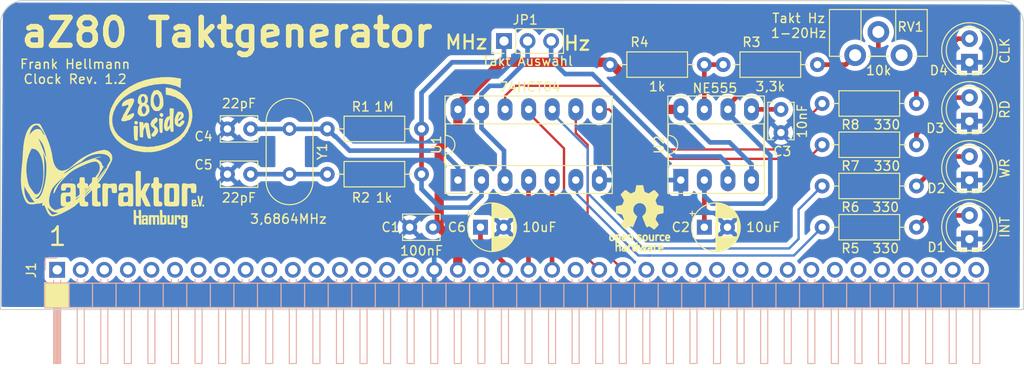
<source format=kicad_pcb>
(kicad_pcb (version 20240108) (generator "pcbnew") (generator_version "8.0")
  (layers (0 "F.Cu" signal) (31 "B.Cu" signal) (34 "B.Paste" user) (35 "F.Paste" user) (36 "B.SilkS" user "B.Silkscreen") (37 "F.SilkS" user "F.Silkscreen") (38 "B.Mask" user) (39 "F.Mask" user) (44 "Edge.Cuts" user))
  (net 0 "")
  (net 1 "/USR4")
  (net 2 "/USR3")
  (net 3 "/USR2")
  (net 4 "/USR1")
  (net 5 "/RX")
  (net 6 "/TX")
  (net 7 "/D7")
  (net 8 "/D6")
  (net 9 "/D5")
  (net 10 "/D4")
  (net 11 "/D3")
  (net 12 "/D2")
  (net 13 "/D1")
  (net 14 "/D0")
  (net 15 "/IORQ")
  (net 16 "/RD")
  (net 17 "/WR")
  (net 18 "/CLOCK")
  (net 19 "/RESET")
  (net 20 "/M1")
  (net 21 "VCC")
  (net 22 "GND")
  (net 23 "/A0")
  (net 24 "/A1")
  (net 25 "/A2")
  (net 26 "/A3")
  (net 27 "/A4")
  (net 28 "/A5")
  (net 29 "/A6")
  (net 30 "/A7")
  (net 31 "/A8")
  (net 32 "/A9")
  (net 33 "/A10")
  (net 34 "/A11")
  (net 35 "/A12")
  (net 36 "/A13")
  (net 37 "/A14")
  (net 38 "/A15")
  (net 39 "/INT")
  (net 40 "Net-(C2-Pad1)")
  (net 41 "Net-(C3-Pad1)")
  (net 42 "Net-(D1-Pad2)")
  (net 43 "Net-(D2-Pad2)")
  (net 44 "Net-(D3-Pad2)")
  (net 45 "Net-(D4-Pad2)")
  (net 46 "Net-(R3-Pad2)")
  (net 47 "Net-(R5-Pad2)")
  (net 48 "Net-(R6-Pad2)")
  (net 49 "Net-(C4-Pad1)")
  (net 50 "Net-(C5-Pad1)")
  (net 51 "Net-(JP1-Pad3)")
  (net 52 "Net-(JP1-Pad2)")
  (net 53 "Net-(JP1-Pad1)")
  (net 54 "Net-(R3-Pad1)")
  (net 55 "Net-(R7-Pad2)")
  (net 56 "Net-(R8-Pad2)")
  (net 57 "Net-(RV1-Pad3)")
  (net 58 "Net-(J1-Pad23)")
  (footprint "Capacitor_THT:C_Disc_D3.8mm_W2.6mm_P2.50mm" (layer "F.Cu") (at 129.5 105.41 180)
    (property "Reference" "C1" (at 4.572 0 0) (layer "F.SilkS"))
    (property "Value" "100nF" (at 1.23 -2.54 0) (layer "F.SilkS"))
    (pad "1" thru_hole circle (at 0 0 180) (size 1.6 1.6) (drill 0.8) (layers "*.Cu" "*.Mask") (net 21 "VCC"))
    (pad "2" thru_hole circle (at 2.5 0 180) (size 1.6 1.6) (drill 0.8) (layers "*.Cu" "*.Mask") (net 22 "GND"))
  )
  (footprint "Capacitor_THT:C_Disc_D3.8mm_W2.6mm_P2.50mm" (layer "F.Cu") (at 109.855 94.815 180)
    (property "Reference" "C4" (at 5.08 -0.816 0) (layer "F.SilkS"))
    (property "Value" "22pF" (at 1.27 2.74 0) (layer "F.SilkS"))
    (pad "1" thru_hole circle (at 0 0 180) (size 1.6 1.6) (drill 0.8) (layers "*.Cu" "*.Mask") (net 49 "Net-(C4-Pad1)"))
    (pad "2" thru_hole circle (at 2.5 0 180) (size 1.6 1.6) (drill 0.8) (layers "*.Cu" "*.Mask") (net 22 "GND"))
  )
  (footprint "LED_THT:LED_D5.0mm" (layer "F.Cu") (at 187.325 106.68 90)
    (property "Reference" "D1" (at -0.889 -3.556 180) (layer "F.SilkS"))
    (property "Value" "INT" (at 1.27 3.81 90) (layer "F.SilkS"))
    (pad "1" thru_hole rect (at 0 0 90) (size 1.8 1.8) (drill 0.9) (layers "*.Cu" "*.Mask") (net 22 "GND"))
    (pad "2" thru_hole circle (at 2.54 0 90) (size 1.8 1.8) (drill 0.9) (layers "*.Cu" "*.Mask") (net 42 "Net-(D1-Pad2)"))
  )
  (footprint "LED_THT:LED_D5.0mm" (layer "F.Cu") (at 187.325 100.33 90)
    (property "Reference" "D2" (at -0.889 -3.556 180) (layer "F.SilkS"))
    (property "Value" "WR" (at 1.27 3.81 90) (layer "F.SilkS"))
    (pad "1" thru_hole rect (at 0 0 90) (size 1.8 1.8) (drill 0.9) (layers "*.Cu" "*.Mask") (net 22 "GND"))
    (pad "2" thru_hole circle (at 2.54 0 90) (size 1.8 1.8) (drill 0.9) (layers "*.Cu" "*.Mask") (net 43 "Net-(D2-Pad2)"))
  )
  (footprint "LED_THT:LED_D5.0mm" (layer "F.Cu") (at 187.325 87.63 90)
    (property "Reference" "D4" (at -0.889 -3.302 180) (layer "F.SilkS"))
    (property "Value" "CLK" (at 1.235 3.81 90) (layer "F.SilkS"))
    (pad "1" thru_hole rect (at 0 0 90) (size 1.8 1.8) (drill 0.9) (layers "*.Cu" "*.Mask") (net 22 "GND"))
    (pad "2" thru_hole circle (at 2.54 0 90) (size 1.8 1.8) (drill 0.9) (layers "*.Cu" "*.Mask") (net 45 "Net-(D4-Pad2)"))
  )
  (footprint "Resistor_THT:R_Axial_DIN0207_L6.3mm_D2.5mm_P10.16mm_Horizontal" (layer "F.Cu") (at 128.27 94.811526 180)
    (property "Reference" "R1" (at 6.54 2.385 0) (layer "F.SilkS"))
    (property "Value" "1M" (at 4.04 2.385 0) (layer "F.SilkS"))
    (pad "1" thru_hole circle (at 0 0 180) (size 1.6 1.6) (drill 0.8) (layers "*.Cu" "*.Mask") (net 53 "Net-(JP1-Pad1)"))
    (pad "2" thru_hole oval (at 10.16 0 180) (size 1.6 1.6) (drill 0.8) (layers "*.Cu" "*.Mask") (net 49 "Net-(C4-Pad1)"))
  )
  (footprint "Resistor_THT:R_Axial_DIN0207_L6.3mm_D2.5mm_P10.16mm_Horizontal" (layer "F.Cu") (at 118.11 99.695)
    (property "Reference" "R2" (at 3.62 2.535 0) (layer "F.SilkS"))
    (property "Value" "1k" (at 6.12 2.535 0) (layer "F.SilkS"))
    (pad "1" thru_hole circle (at 0 0) (size 1.6 1.6) (drill 0.8) (layers "*.Cu" "*.Mask") (net 50 "Net-(C5-Pad1)"))
    (pad "2" thru_hole oval (at 10.16 0) (size 1.6 1.6) (drill 0.8) (layers "*.Cu" "*.Mask") (net 53 "Net-(JP1-Pad1)"))
  )
  (footprint "Resistor_THT:R_Axial_DIN0207_L6.3mm_D2.5mm_P10.16mm_Horizontal" (layer "F.Cu") (at 160.782 87.884)
    (property "Reference" "R3" (at 3.048 -2.413 0) (layer "F.SilkS"))
    (property "Value" "3,3k" (at 5.08 2.37 0) (layer "F.SilkS"))
    (pad "1" thru_hole circle (at 0 0) (size 1.6 1.6) (drill 0.8) (layers "*.Cu" "*.Mask") (net 54 "Net-(R3-Pad1)"))
    (pad "2" thru_hole oval (at 10.16 0) (size 1.6 1.6) (drill 0.8) (layers "*.Cu" "*.Mask") (net 46 "Net-(R3-Pad2)"))
  )
  (footprint "Resistor_THT:R_Axial_DIN0207_L6.3mm_D2.5mm_P10.16mm_Horizontal" (layer "F.Cu") (at 148.59 87.884)
    (property "Reference" "R4" (at 3.175 -2.413 0) (layer "F.SilkS"))
    (property "Value" "1k" (at 5.08 2.37 0) (layer "F.SilkS"))
    (pad "1" thru_hole circle (at 0 0) (size 1.6 1.6) (drill 0.8) (layers "*.Cu" "*.Mask") (net 21 "VCC"))
    (pad "2" thru_hole oval (at 10.16 0) (size 1.6 1.6) (drill 0.8) (layers "*.Cu" "*.Mask") (net 54 "Net-(R3-Pad1)"))
  )
  (footprint "Resistor_THT:R_Axial_DIN0207_L6.3mm_D2.5mm_P10.16mm_Horizontal" (layer "F.Cu") (at 181.61 105.41 180)
    (property "Reference" "R5" (at 7.112 -2.286 0) (layer "F.SilkS"))
    (property "Value" "330" (at 3.302 -2.286 0) (layer "F.SilkS"))
    (pad "1" thru_hole circle (at 0 0 180) (size 1.6 1.6) (drill 0.8) (layers "*.Cu" "*.Mask") (net 42 "Net-(D1-Pad2)"))
    (pad "2" thru_hole oval (at 10.16 0 180) (size 1.6 1.6) (drill 0.8) (layers "*.Cu" "*.Mask") (net 47 "Net-(R5-Pad2)"))
  )
  (footprint "Crystal:Crystal_HC49-4H_Vertical" (layer "F.Cu") (at 114.046 94.815 -90)
    (property "Reference" "Y1" (at 2.44 -3.525 90) (layer "F.SilkS"))
    (property "Value" "3,6864MHz" (at 9.706 0.127 180) (layer "F.SilkS"))
    (pad "1" thru_hole circle (at 0 0 270) (size 1.5 1.5) (drill 0.8) (layers "*.Cu" "*.Mask") (net 49 "Net-(C4-Pad1)"))
    (pad "2" thru_hole circle (at 4.88 0 270) (size 1.5 1.5) (drill 0.8) (layers "*.Cu" "*.Mask") (net 50 "Net-(C5-Pad1)"))
  )
  (footprint "Capacitor_THT:C_Disc_D3.8mm_W2.6mm_P2.50mm" (layer "F.Cu") (at 167.005 92.71 -90)
    (property "Reference" "C3" (at 4.535 -0.145 180) (layer "F.SilkS"))
    (property "Value" "10nF" (at 1.27 -2.286 90) (layer "F.SilkS"))
    (pad "1" thru_hole circle (at 0 0 270) (size 1.6 1.6) (drill 0.8) (layers "*.Cu" "*.Mask") (net 41 "Net-(C3-Pad1)"))
    (pad "2" thru_hole circle (at 2.5 0 270) (size 1.6 1.6) (drill 0.8) (layers "*.Cu" "*.Mask") (net 22 "GND"))
  )
  (footprint "Resistor_THT:R_Axial_DIN0207_L6.3mm_D2.5mm_P10.16mm_Horizontal" (layer "F.Cu") (at 181.61 100.965 180)
    (property "Reference" "R6" (at 7.112 -2.286 0) (layer "F.SilkS"))
    (property "Value" "330" (at 3.302 -2.286 0) (layer "F.SilkS"))
    (pad "1" thru_hole circle (at 0 0 180) (size 1.6 1.6) (drill 0.8) (layers "*.Cu" "*.Mask") (net 43 "Net-(D2-Pad2)"))
    (pad "2" thru_hole oval (at 10.16 0 180) (size 1.6 1.6) (drill 0.8) (layers "*.Cu" "*.Mask") (net 48 "Net-(R6-Pad2)"))
  )
  (footprint "LED_THT:LED_D5.0mm" (layer "F.Cu") (at 187.325 93.98 90)
    (property "Reference" "D3" (at -0.762 -3.683 180) (layer "F.SilkS"))
    (property "Value" "RD" (at 1.27 3.81 90) (layer "F.SilkS"))
    (pad "1" thru_hole rect (at 0 0 90) (size 1.8 1.8) (drill 0.9) (layers "*.Cu" "*.Mask") (net 22 "GND"))
    (pad "2" thru_hole circle (at 2.54 0 90) (size 1.8 1.8) (drill 0.9) (layers "*.Cu" "*.Mask") (net 44 "Net-(D3-Pad2)"))
  )
  (footprint "Capacitor_THT:C_Disc_D3.8mm_W2.6mm_P2.50mm" (layer "F.Cu") (at 109.855 99.695 180)
    (property "Reference" "C5" (at 5.08 1.016 0) (layer "F.SilkS"))
    (property "Value" "22pF" (at 1.27 -2.54 0) (layer "F.SilkS"))
    (pad "1" thru_hole circle (at 0 0 180) (size 1.6 1.6) (drill 0.8) (layers "*.Cu" "*.Mask") (net 50 "Net-(C5-Pad1)"))
    (pad "2" thru_hole circle (at 2.5 0 180) (size 1.6 1.6) (drill 0.8) (layers "*.Cu" "*.Mask") (net 22 "GND"))
  )
  (footprint "Connector_PinHeader_2.54mm:PinHeader_1x03_P2.54mm_Vertical" (layer "F.Cu") (at 137.16 85.344 90)
    (property "Reference" "JP1" (at 2.286 2.286 180) (layer "F.SilkS"))
    (property "Value" "Takt Auswahl" (at -2.159 2.54 180) (layer "F.SilkS"))
    (pad "1" thru_hole rect (at 0 0 90) (size 1.7 1.7) (drill 1) (layers "*.Cu" "*.Mask") (net 53 "Net-(JP1-Pad1)"))
    (pad "2" thru_hole oval (at 0 2.54 90) (size 1.7 1.7) (drill 1) (layers "*.Cu" "*.Mask") (net 52 "Net-(JP1-Pad2)"))
    (pad "3" thru_hole oval (at 0 5.08 90) (size 1.7 1.7) (drill 1) (layers "*.Cu" "*.Mask") (net 51 "Net-(JP1-Pad3)"))
  )
  (footprint "Resistor_THT:R_Axial_DIN0207_L6.3mm_D2.5mm_P10.16mm_Horizontal" (layer "F.Cu") (at 181.61 96.52 180)
    (property "Reference" "R7" (at 7.112 -2.286 0) (layer "F.SilkS"))
    (property "Value" "330" (at 3.175 -2.286 0) (layer "F.SilkS"))
    (pad "1" thru_hole circle (at 0 0 180) (size 1.6 1.6) (drill 0.8) (layers "*.Cu" "*.Mask") (net 44 "Net-(D3-Pad2)"))
    (pad "2" thru_hole oval (at 10.16 0 180) (size 1.6 1.6) (drill 0.8) (layers "*.Cu" "*.Mask") (net 55 "Net-(R7-Pad2)"))
  )
  (footprint "Resistor_THT:R_Axial_DIN0207_L6.3mm_D2.5mm_P10.16mm_Horizontal" (layer "F.Cu") (at 181.61 92.075 180)
    (property "Reference" "R8" (at 7.112 -2.286 0) (layer "F.SilkS"))
    (property "Value" "330" (at 3.175 -2.286 0) (layer "F.SilkS"))
    (pad "1" thru_hole circle (at 0 0 180) (size 1.6 1.6) (drill 0.8) (layers "*.Cu" "*.Mask") (net 45 "Net-(D4-Pad2)"))
    (pad "2" thru_hole oval (at 10.16 0 180) (size 1.6 1.6) (drill 0.8) (layers "*.Cu" "*.Mask") (net 56 "Net-(R8-Pad2)"))
  )
  (footprint "Backplane:attraktor" (layer "F.Cu") (at 94.996 100.076)
    (property "Reference" "G***" (hide yes))
    (property "Value" "LOGO" (hide yes))
  )
  (footprint "Package_DIP:DIP-14_W7.62mm_Socket_LongPads" (layer "F.Cu") (at 132.197103 100.33 90)
    (property "Reference" "U1" (at 3.81 -2.33 90) (layer "F.SilkS"))
    (property "Value" "74HCT04" (at 10.033 7.756897 180) (layer "F.SilkS"))
    (pad "1" thru_hole rect (at 0 0 90) (size 2.4 1.6) (drill 0.8) (layers "*.Cu" "*.Mask") (net 49 "Net-(C4-Pad1)"))
    (pad "2" thru_hole oval (at 0 2.54 90) (size 2.4 1.6) (drill 0.8) (layers "*.Cu" "*.Mask") (net 53 "Net-(JP1-Pad1)"))
    (pad "3" thru_hole oval (at 0 5.08 90) (size 2.4 1.6) (drill 0.8) (layers "*.Cu" "*.Mask") (net 52 "Net-(JP1-Pad2)"))
    (pad "4" thru_hole oval (at 0 7.62 90) (size 2.4 1.6) (drill 0.8) (layers "*.Cu" "*.Mask") (net 18 "/CLOCK"))
    (pad "5" thru_hole oval (at 0 10.16 90) (size 2.4 1.6) (drill 0.8) (layers "*.Cu" "*.Mask") (net 39 "/INT"))
    (pad "6" thru_hole oval (at 0 12.7 90) (size 2.4 1.6) (drill 0.8) (layers "*.Cu" "*.Mask") (net 47 "Net-(R5-Pad2)"))
    (pad "7" thru_hole oval (at 0 15.24 90) (size 2.4 1.6) (drill 0.8) (layers "*.Cu" "*.Mask") (net 22 "GND"))
    (pad "8" thru_hole oval (at 7.62 15.24 90) (size 2.4 1.6) (drill 0.8) (layers "*.Cu" "*.Mask") (net 55 "Net-(R7-Pad2)"))
    (pad "9" thru_hole oval (at 7.62 12.7 90) (size 2.4 1.6) (drill 0.8) (layers "*.Cu" "*.Mask") (net 16 "/RD"))
    (pad "10" thru_hole oval (at 7.62 10.16 90) (size 2.4 1.6) (drill 0.8) (layers "*.Cu" "*.Mask") (net 48 "Net-(R6-Pad2)"))
    (pad "11" thru_hole oval (at 7.62 7.62 90) (size 2.4 1.6) (drill 0.8) (layers "*.Cu" "*.Mask") (net 17 "/WR"))
    (pad "12" thru_hole oval (at 7.62 5.08 90) (size 2.4 1.6) (drill 0.8) (layers "*.Cu" "*.Mask") (net 56 "Net-(R8-Pad2)"))
    (pad "13" thru_hole oval (at 7.62 2.54 90) (size 2.4 1.6) (drill 0.8) (layers "*.Cu" "*.Mask") (net 52 "Net-(JP1-Pad2)"))
    (pad "14" thru_hole oval (at 7.62 0 90) (size 2.4 1.6) (drill 0.8) (layers "*.Cu" "*.Mask") (net 21 "VCC"))
  )
  (footprint "Backplane:osh_logo" (layer "F.Cu") (at 151.765 104.648)
    (property "Reference" "G***" (hide yes))
    (property "Value" "LOGO" (hide yes))
  )
  (footprint "Backplane:Z80_inside" (layer "F.Cu") (at 99.06 93.218)
    (property "Reference" "G***" (hide yes))
    (property "Value" "LOGO" (hide yes))
  )
  (footprint "Potentiometer_THT:Potentiometer_Piher_PT-10-H01_Horizontal" (layer "F.Cu") (at 175.006 86.868 90)
    (property "Reference" "RV1" (at 3.048 5.969 180) (layer "F.SilkS"))
    (property "Value" "10k" (at -1.651 2.54 180) (layer "F.SilkS"))
    (pad "1" thru_hole circle (at 0 0 90) (size 2.34 2.34) (drill 1.3) (layers "*.Cu" "*.Mask") (net 46 "Net-(R3-Pad2)"))
    (pad "2" thru_hole circle (at 2.5 2.5 90) (size 2.34 2.34) (drill 1.3) (layers "*.Cu" "*.Mask") (net 40 "Net-(C2-Pad1)"))
    (pad "3" thru_hole circle (at 0 5 90) (size 2.34 2.34) (drill 1.3) (layers "*.Cu" "*.Mask") (net 57 "Net-(RV1-Pad3)"))
  )
  (footprint "Package_DIP:DIP-8_W7.62mm_Socket_LongPads" (layer "F.Cu") (at 156.21 100.33 90)
    (property "Reference" "U2" (at 3.81 -2.33 90) (layer "F.SilkS"))
    (property "Value" "NE555" (at 9.906 3.683 180) (layer "F.SilkS"))
    (pad "1" thru_hole rect (at 0 0 90) (size 2.4 1.6) (drill 0.8) (layers "*.Cu" "*.Mask") (net 22 "GND"))
    (pad "2" thru_hole oval (at 0 2.54 90) (size 2.4 1.6) (drill 0.8) (layers "*.Cu" "*.Mask") (net 40 "Net-(C2-Pad1)"))
    (pad "3" thru_hole oval (at 0 5.08 90) (size 2.4 1.6) (drill 0.8) (layers "*.Cu" "*.Mask") (net 51 "Net-(JP1-Pad3)"))
    (pad "4" thru_hole oval (at 0 7.62 90) (size 2.4 1.6) (drill 0.8) (layers "*.Cu" "*.Mask") (net 21 "VCC"))
    (pad "5" thru_hole oval (at 7.62 7.62 90) (size 2.4 1.6) (drill 0.8) (layers "*.Cu" "*.Mask") (net 41 "Net-(C3-Pad1)"))
    (pad "6" thru_hole oval (at 7.62 5.08 90) (size 2.4 1.6) (drill 0.8) (layers "*.Cu" "*.Mask") (net 40 "Net-(C2-Pad1)"))
    (pad "7" thru_hole oval (at 7.62 2.54 90) (size 2.4 1.6) (drill 0.8) (layers "*.Cu" "*.Mask") (net 54 "Net-(R3-Pad1)"))
    (pad "8" thru_hole oval (at 7.62 0 90) (size 2.4 1.6) (drill 0.8) (layers "*.Cu" "*.Mask") (net 21 "VCC"))
  )
  (footprint "Capacitor_THT:CP_Radial_D5.0mm_P2.50mm" (layer "F.Cu") (at 134.62 105.41)
    (property "Reference" "C6" (at -2.54 0 0) (layer "F.SilkS"))
    (property "Value" "10uF" (at 6.35 0 0) (layer "F.SilkS"))
    (pad "1" thru_hole rect (at 0 0) (size 1.6 1.6) (drill 0.8) (layers "*.Cu" "*.Mask") (net 19 "/RESET"))
    (pad "2" thru_hole circle (at 2.5 0) (size 1.6 1.6) (drill 0.8) (layers "*.Cu" "*.Mask") (net 22 "GND"))
  )
  (footprint "Capacitor_THT:CP_Radial_D5.0mm_P2.50mm" (layer "F.Cu") (at 158.75 105.41)
    (property "Reference" "C2" (at -2.54 0 0) (layer "F.SilkS"))
    (property "Value" "10uF" (at 6.35 0 0) (layer "F.SilkS"))
    (pad "1" thru_hole rect (at 0 0) (size 1.6 1.6) (drill 0.8) (layers "*.Cu" "*.Mask") (net 40 "Net-(C2-Pad1)"))
    (pad "2" thru_hole circle (at 2.5 0) (size 1.6 1.6) (drill 0.8) (layers "*.Cu" "*.Mask") (net 22 "GND"))
  )
  (footprint "Connector_PinHeader_2.54mm:PinHeader_1x40_P2.54mm_Horizontal" (layer "B.Cu") (at 89 110 -90)
    (property "Reference" "J1" (at 0.05 2.8 90) (layer "F.SilkS"))
    (property "Value" "Z80 Bus")
    (pad "1" thru_hole rect (at 0 0 270) (size 1.7 1.7) (drill 1) (layers "*.Cu" "*.Mask") (net 38 "/A15"))
    (pad "2" thru_hole oval (at 0 -2.54 270) (size 1.7 1.7) (drill 1) (layers "*.Cu" "*.Mask") (net 37 "/A14"))
    (pad "3" thru_hole oval (at 0 -5.08 270) (size 1.7 1.7) (drill 1) (layers "*.Cu" "*.Mask") (net 36 "/A13"))
    (pad "4" thru_hole oval (at 0 -7.62 270) (size 1.7 1.7) (drill 1) (layers "*.Cu" "*.Mask") (net 35 "/A12"))
    (pad "5" thru_hole oval (at 0 -10.16 270) (size 1.7 1.7) (drill 1) (layers "*.Cu" "*.Mask") (net 34 "/A11"))
    (pad "6" thru_hole oval (at 0 -12.7 270) (size 1.7 1.7) (drill 1) (layers "*.Cu" "*.Mask") (net 33 "/A10"))
    (pad "7" thru_hole oval (at 0 -15.24 270) (size 1.7 1.7) (drill 1) (layers "*.Cu" "*.Mask") (net 32 "/A9"))
    (pad "8" thru_hole oval (at 0 -17.78 270) (size 1.7 1.7) (drill 1) (layers "*.Cu" "*.Mask") (net 31 "/A8"))
    (pad "9" thru_hole oval (at 0 -20.32 270) (size 1.7 1.7) (drill 1) (layers "*.Cu" "*.Mask") (net 30 "/A7"))
    (pad "10" thru_hole oval (at 0 -22.86 270) (size 1.7 1.7) (drill 1) (layers "*.Cu" "*.Mask") (net 29 "/A6"))
    (pad "11" thru_hole oval (at 0 -25.4 270) (size 1.7 1.7) (drill 1) (layers "*.Cu" "*.Mask") (net 28 "/A5"))
    (pad "12" thru_hole oval (at 0 -27.94 270) (size 1.7 1.7) (drill 1) (layers "*.Cu" "*.Mask") (net 27 "/A4"))
    (pad "13" thru_hole oval (at 0 -30.48 270) (size 1.7 1.7) (drill 1) (layers "*.Cu" "*.Mask") (net 26 "/A3"))
    (pad "14" thru_hole oval (at 0 -33.02 270) (size 1.7 1.7) (drill 1) (layers "*.Cu" "*.Mask") (net 25 "/A2"))
    (pad "15" thru_hole oval (at 0 -35.56 270) (size 1.7 1.7) (drill 1) (layers "*.Cu" "*.Mask") (net 24 "/A1"))
    (pad "16" thru_hole oval (at 0 -38.1 270) (size 1.7 1.7) (drill 1) (layers "*.Cu" "*.Mask") (net 23 "/A0"))
    (pad "17" thru_hole oval (at 0 -40.64 270) (size 1.7 1.7) (drill 1) (layers "*.Cu" "*.Mask") (net 22 "GND"))
    (pad "18" thru_hole oval (at 0 -43.18 270) (size 1.7 1.7) (drill 1) (layers "*.Cu" "*.Mask") (net 21 "VCC"))
    (pad "19" thru_hole oval (at 0 -45.72 270) (size 1.7 1.7) (drill 1) (layers "*.Cu" "*.Mask") (net 20 "/M1"))
    (pad "20" thru_hole oval (at 0 -48.26 270) (size 1.7 1.7) (drill 1) (layers "*.Cu" "*.Mask") (net 19 "/RESET"))
    (pad "21" thru_hole oval (at 0 -50.8 270) (size 1.7 1.7) (drill 1) (layers "*.Cu" "*.Mask") (net 18 "/CLOCK"))
    (pad "22" thru_hole oval (at 0 -53.34 270) (size 1.7 1.7) (drill 1) (layers "*.Cu" "*.Mask") (net 39 "/INT"))
    (pad "23" thru_hole oval (at 0 -55.88 270) (size 1.7 1.7) (drill 1) (layers "*.Cu" "*.Mask") (net 58 "Net-(J1-Pad23)"))
    (pad "24" thru_hole oval (at 0 -58.42 270) (size 1.7 1.7) (drill 1) (layers "*.Cu" "*.Mask") (net 17 "/WR"))
    (pad "25" thru_hole oval (at 0 -60.96 270) (size 1.7 1.7) (drill 1) (layers "*.Cu" "*.Mask") (net 16 "/RD"))
    (pad "26" thru_hole oval (at 0 -63.5 270) (size 1.7 1.7) (drill 1) (layers "*.Cu" "*.Mask") (net 15 "/IORQ"))
    (pad "27" thru_hole oval (at 0 -66.04 270) (size 1.7 1.7) (drill 1) (layers "*.Cu" "*.Mask") (net 14 "/D0"))
    (pad "28" thru_hole oval (at 0 -68.58 270) (size 1.7 1.7) (drill 1) (layers "*.Cu" "*.Mask") (net 13 "/D1"))
    (pad "29" thru_hole oval (at 0 -71.12 270) (size 1.7 1.7) (drill 1) (layers "*.Cu" "*.Mask") (net 12 "/D2"))
    (pad "30" thru_hole oval (at 0 -73.66 270) (size 1.7 1.7) (drill 1) (layers "*.Cu" "*.Mask") (net 11 "/D3"))
    (pad "31" thru_hole oval (at 0 -76.2 270) (size 1.7 1.7) (drill 1) (layers "*.Cu" "*.Mask") (net 10 "/D4"))
    (pad "32" thru_hole oval (at 0 -78.74 270) (size 1.7 1.7) (drill 1) (layers "*.Cu" "*.Mask") (net 9 "/D5"))
    (pad "33" thru_hole oval (at 0 -81.28 270) (size 1.7 1.7) (drill 1) (layers "*.Cu" "*.Mask") (net 8 "/D6"))
    (pad "34" thru_hole oval (at 0 -83.82 270) (size 1.7 1.7) (drill 1) (layers "*.Cu" "*.Mask") (net 7 "/D7"))
    (pad "35" thru_hole oval (at 0 -86.36 270) (size 1.7 1.7) (drill 1) (layers "*.Cu" "*.Mask") (net 6 "/TX"))
    (pad "36" thru_hole oval (at 0 -88.9 270) (size 1.7 1.7) (drill 1) (layers "*.Cu" "*.Mask") (net 5 "/RX"))
    (pad "37" thru_hole oval (at 0 -91.44 270) (size 1.7 1.7) (drill 1) (layers "*.Cu" "*.Mask") (net 4 "/USR1"))
    (pad "38" thru_hole oval (at 0 -93.98 270) (size 1.7 1.7) (drill 1) (layers "*.Cu" "*.Mask") (net 3 "/USR2"))
    (pad "39" thru_hole oval (at 0 -96.52 270) (size 1.7 1.7) (drill 1) (layers "*.Cu" "*.Mask") (net 2 "/USR3"))
    (pad "40" thru_hole oval (at 0 -99.06 270) (size 1.7 1.7) (drill 1) (layers "*.Cu" "*.Mask") (net 1 "/USR4"))
  )
  (gr_poly (pts (xy 87.63 111.379) (xy 90.297 111.379) (xy 90.297 114.046) (xy 87.63 114.046)) (stroke (width 0.1)) (fill solid) (layer "F.SilkS"))
  (gr_line (start 85.4 80.981) (end 190.66 80.991) (stroke (width 0.12)) (layer "Edge.Cuts"))
  (gr_arc (start 190.66 80.991) (mid 192.420696 81.720304) (end 193.15 83.481) (stroke (width 0.12)) (layer "Edge.Cuts"))
  (gr_arc (start 82.9 83.481) (mid 83.632233 81.713233) (end 85.4 80.981) (stroke (width 0.12)) (layer "Edge.Cuts"))
  (gr_line (start 193.15 87.545) (end 193.15 83.481) (stroke (width 0.12)) (layer "Edge.Cuts"))
  (gr_line (start 82.9 83.481) (end 82.9 87.545) (stroke (width 0.12)) (layer "Edge.Cuts"))
  (gr_line (start 193.14 114.276) (end 82.904 114.276) (stroke (width 0.12)) (layer "Edge.Cuts"))
  (gr_line (start 82.9 114.276) (end 82.9 87.545) (stroke (width 0.12)) (layer "Edge.Cuts"))
  (gr_line (start 193.15 87.545) (end 193.14 114.276) (stroke (width 0.12)) (layer "Edge.Cuts"))
  (gr_text "Hz" (at 145.034 85.598 0) (layer "F.SilkS") (effects (font (size 1.5 1.5) (thickness 0.25))))
  (gr_text "Takt Hz\n1-20Hz" (at 168.91 83.693 0) (layer "F.SilkS") (effects (font (size 1 1))))
  (gr_text "Frank Hellmann\nClock Rev. 1.2" (at 90.932 88.646 0) (layer "F.SilkS") (effects (font (size 1 1))))
  (gr_text "1" (at 89.05 106.4 0) (layer "F.SilkS") (effects (font (size 2 2) (thickness 0.25))))
  (gr_text "MHz" (at 133.096 85.471 0) (layer "F.SilkS") (effects (font (size 1.5 1.5) (thickness 0.25))))
  (gr_text "aZ80 Taktgenerator" (at 107.315 84.436 0) (layer "F.SilkS") (effects (font (size 3 3) (thickness 0.6))))
  (segment (start 182.98 109.45) (end 182.98 110) (width 0.5) (layer "F.Cu") (net 3))
  (segment (start 144.897103 92.71) (end 144.897103 95.252663) (width 0.25) (layer "F.Cu") (net 16))
  (segment (start 146.170783 96.526343) (end 146.170783 106.210783) (width 0.25) (layer "F.Cu") (net 16))
  (segment (start 144.897103 93.11) (end 144.897103 92.71) (width 0.25) (layer "F.Cu") (net 16))
  (segment (start 144.897103 95.252663) (end 146.170783 96.526343) (width 0.25) (layer "F.Cu") (net 16))
  (segment (start 146.170783 106.210783) (end 149.96 110) (width 0.25) (layer "F.Cu") (net 16))
  (segment (start 143.62463 106.20463) (end 147.42 110) (width 0.25) (layer "F.Cu") (net 17))
  (segment (start 143.62463 96.917527) (end 143.62463 106.20463) (width 0.25) (layer "F.Cu") (net 17))
  (segment (start 139.817103 92.71) (end 139.817103 93.11) (width 0.25) (layer "F.Cu") (net 17))
  (segment (start 139.817103 93.11) (end 143.62463 96.917527) (width 0.25) (layer "F.Cu") (net 17))
  (segment (start 139.8 110) (end 139.8 100.347103) (width 0.5) (layer "F.Cu") (net 18))
  (segment (start 139.8 100.347103) (end 139.817103 100.33) (width 0.5) (layer "F.Cu") (net 18))
  (segment (start 137.13 109.87) (end 137.26 110) (width 0.5) (layer "F.Cu") (net 19))
  (segment (start 134.62 106.71) (end 137.13 109.22) (width 0.5) (layer "F.Cu") (net 19))
  (segment (start 137.13 109.22) (end 137.13 109.87) (width 0.5) (layer "F.Cu") (net 19))
  (segment (start 134.62 105.41) (end 134.62 106.71) (width 0.5) (layer "F.Cu") (net 19))
  (segment (start 137.12 109.86) (end 137.26 110) (width 0.5) (layer "F.Cu") (net 19))
  (segment (start 136.877103 87.63) (end 147.45863 87.63) (width 1) (layer "F.Cu") (net 21))
  (segment (start 132.197103 92.71) (end 132.197103 94.91) (width 1) (layer "F.Cu") (net 21))
  (segment (start 148.59 87.63) (end 153.67 92.71) (width 1) (layer "F.Cu") (net 21))
  (segment (start 147.45863 87.63) (end 148.59 87.63) (width 1) (layer "F.Cu") (net 21))
  (segment (start 132.18 107.415) (end 132.18 110) (width 1) (layer "F.Cu") (net 21))
  (segment (start 132.197103 92.31) (end 136.877103 87.63) (width 1) (layer "F.Cu") (net 21))
  (segment (start 130.175 105.41) (end 132.18 107.415) (width 1) (layer "F.Cu") (net 21))
  (segment (start 130.175 96.932103) (end 130.175 105.41) (width 1) (layer "F.Cu") (net 21))
  (segment (start 132.197103 94.91) (end 130.175 96.932103) (width 1) (layer "F.Cu") (net 21))
  (segment (start 148.59 87.63) (end 148.59 87.376) (width 0.5) (layer "F.Cu") (net 21))
  (segment (start 153.67 92.71) (end 156.21 92.71) (width 1) (layer "F.Cu") (net 21))
  (segment (start 132.197103 92.71) (end 132.197103 92.31) (width 1) (layer "F.Cu") (net 21))
  (segment (start 163.83 100.33) (end 163.83 98.63) (width 0.5) (layer "B.Cu") (net 21))
  (segment (start 161.466 96.266) (end 159.366 96.266) (width 0.5) (layer "B.Cu") (net 21))
  (segment (start 159.366 96.266) (end 156.21 93.11) (width 0.5) (layer "B.Cu") (net 21))
  (segment (start 163.83 98.63) (end 161.466 96.266) (width 0.5) (layer "B.Cu") (net 21))
  (segment (start 156.21 93.11) (end 156.21 92.71) (width 0.5) (layer "B.Cu") (net 21))
  (segment (start 137.26 105.55) (end 137.12 105.41) (width 0.25) (layer "F.Cu") (net 22))
  (segment (start 142.34 110) (end 142.34 100.347103) (width 0.5) (layer "F.Cu") (net 39))
  (segment (start 142.34 100.347103) (end 142.357103 100.33) (width 0.5) (layer "F.Cu") (net 39))
  (segment (start 161.29 92.31) (end 161.29 92.71) (width 0.5) (layer "F.Cu") (net 40))
  (segment (start 158.75 100.33) (end 158.75 105.41) (width 0.5) (layer "F.Cu") (net 40))
  (segment (start 164.065 89.535) (end 176.53 89.535) (width 0.5) (layer "F.Cu") (net 40))
  (segment (start 177.506 88.559) (end 177.506 84.368) (width 0.5) (layer "F.Cu") (net 40))
  (segment (start 176.53 89.535) (end 177.506 88.559) (width 0.5) (layer "F.Cu") (net 40))
  (segment (start 161.29 92.31) (end 164.065 89.535) (width 0.5) (layer "F.Cu") (net 40))
  (segment (start 158.79 100.37) (end 158.75 100.33) (width 0.5) (layer "F.Cu") (net 40))
  (segment (start 161.29 93.11) (end 161.29 92.71) (width 0.5) (layer "B.Cu") (net 40))
  (segment (start 165.862 97.682) (end 161.29 93.11) (width 0.5) (layer "B.Cu") (net 40))
  (segment (start 159.59 102.87) (end 165.1 102.87) (width 0.5) (layer "B.Cu") (net 40))
  (segment (start 158.75 100.33) (end 158.75 102.03) (width 0.5) (layer "B.Cu") (net 40))
  (segment (start 158.75 102.03) (end 159.59 102.87) (width 0.5) (layer "B.Cu") (net 40))
  (segment (start 165.1 102.87) (end 165.862 102.108) (width 0.5) (layer "B.Cu") (net 40))
  (segment (start 165.862 102.108) (end 165.862 97.682) (width 0.5) (layer "B.Cu") (net 40))
  (segment (start 163.83 92.71) (end 167.005 92.71) (width 0.5) (layer "F.Cu") (net 41))
  (segment (start 187.325 104.14) (end 182.88 104.14) (width 0.5) (layer "F.Cu") (net 42))
  (segment (start 182.88 104.14) (end 181.61 105.41) (width 0.5) (layer "F.Cu") (net 42))
  (segment (start 184.785 97.79) (end 181.61 100.965) (width 0.5) (layer "F.Cu") (net 43))
  (segment (start 187.325 97.79) (end 184.785 97.79) (width 0.5) (layer "F.Cu") (net 43))
  (segment (start 181.61 96.52) (end 181.61 95.38863) (width 0.5) (layer "F.Cu") (net 44))
  (segment (start 182.88 94.234) (end 185.674 91.44) (width 0.5) (layer "F.Cu") (net 44))
  (segment (start 182.409999 94.704001) (end 182.88 94.234) (width 0.5) (layer "F.Cu") (net 44))
  (segment (start 181.61 95.38863) (end 182.76463 94.234) (width 0.5) (layer "F.Cu") (net 44))
  (segment (start 185.674 91.44) (end 187.325 91.44) (width 0.5) (layer "F.Cu") (net 44))
  (segment (start 182.76463 94.234) (end 182.88 94.234) (width 0.5) (layer "F.Cu") (net 44))
  (segment (start 186.052208 85.09) (end 181.61 89.532208) (width 0.5) (layer "F.Cu") (net 45))
  (segment (start 181.61 90.94363) (end 181.61 92.075) (width 0.5) (layer "F.Cu") (net 45))
  (segment (start 181.61 89.532208) (end 181.61 90.94363) (width 0.5) (layer "F.Cu") (net 45))
  (segment (start 187.325 85.09) (end 186.052208 85.09) (width 0.5) (layer "F.Cu") (net 45))
  (segment (start 173.99 87.884) (end 175.006 86.868) (width 0.5) (layer "F.Cu") (net 46))
  (segment (start 170.942 87.884) (end 173.99 87.884) (width 0.5) (layer "F.Cu") (net 46))
  (segment (start 144.897103 100.33) (end 144.897103 100.73) (width 0.25) (layer "B.Cu") (net 47))
  (segment (start 152.625103 108.458) (end 152.908 108.458) (width 0.25) (layer "B.Cu") (net 47))
  (segment (start 145.034 100.866897) (end 145.034 101.854) (width 0.25) (layer "B.Cu") (net 47))
  (segment (start 144.897103 100.73) (end 145.034 100.866897) (width 0.25) (layer "B.Cu") (net 47))
  (segment (start 151.638 108.458) (end 152.908 108.458) (width 0.25) (layer "B.Cu") (net 47))
  (segment (start 168.402 108.458) (end 171.45 105.41) (width 0.25) (layer "B.Cu") (net 47))
  (segment (start 152.908 108.458) (end 168.402 108.458) (width 0.25) (layer "B.Cu") (net 47))
  (segment (start 145.034 101.854) (end 151.638 108.458) (width 0.25) (layer "B.Cu") (net 47))
  (segment (start 152.146 107.696) (end 146.177 101.727) (width 0.25) (layer "B.Cu") (net 48))
  (segment (start 153.67 107.696) (end 152.146 107.696) (width 0.25) (layer "B.Cu") (net 48))
  (segment (start 146.177 96.929897) (end 142.357103 93.11) (width 0.25) (layer "B.Cu") (net 48))
  (segment (start 168.91 106.68) (end 168.91 103.505) (width 0.25) (layer "B.Cu") (net 48))
  (segment (start 153.67 107.696) (end 167.894 107.696) (width 0.25) (layer "B.Cu") (net 48))
  (segment (start 167.894 107.696) (end 168.91 106.68) (width 0.25) (layer "B.Cu") (net 48))
  (segment (start 168.91 103.505) (end 171.45 100.965) (width 0.25) (layer "B.Cu") (net 48))
  (segment (start 142.357103 93.11) (end 142.357103 92.71) (width 0.25) (layer "B.Cu") (net 48))
  (segment (start 153.162 107.696) (end 153.67 107.696) (width 0.25) (layer "B.Cu") (net 48))
  (segment (start 146.177 101.727) (end 146.177 96.929897) (width 0.25) (layer "B.Cu") (net 48))
  (segment (start 118.909999 95.611525) (end 118.979525 95.611525) (width 0.5) (layer "B.Cu") (net 49))
  (segment (start 130.429 97.155) (end 132.207 98.933) (width 0.5) (layer "B.Cu") (net 49))
  (segment (start 132.207 98.933) (end 132.207 100.457) (width 0.5) (layer "B.Cu") (net 49))
  (segment (start 114.046 94.815) (end 118.106526 94.815) (width 0.5) (layer "B.Cu") (net 49))
  (segment (start 120.523 97.155) (end 130.429 97.155) (width 0.5) (layer "B.Cu") (net 49))
  (segment (start 118.106526 94.815) (end 118.11 94.811526) (width 0.5) (layer "B.Cu") (net 49))
  (segment (start 109.855 94.815) (end 114.046 94.815) (width 0.5) (layer "B.Cu") (net 49))
  (segment (start 118.979525 95.611525) (end 120.523 97.155) (width 0.5) (layer "B.Cu") (net 49))
  (segment (start 118.11 94.811526) (end 118.909999 95.611525) (width 0.5) (layer "B.Cu") (net 49))
  (segment (start 114.046 99.695) (end 118.11 99.695) (width 0.5) (layer "B.Cu") (net 50))
  (segment (start 109.855 99.695) (end 114.046 99.695) (width 0.5) (layer "B.Cu") (net 50))
  (segment (start 143.764 88.9) (end 142.24 87.376) (width 0.5) (layer "B.Cu") (net 51))
  (segment (start 142.24 87.376) (end 142.24 85.344) (width 0.5) (layer "B.Cu") (net 51))
  (segment (start 146.685 88.9) (end 143.764 88.9) (width 0.5) (layer "B.Cu") (net 51))
  (segment (start 160.45 97.79) (end 155.575 97.79) (width 0.5) (layer "B.Cu") (net 51))
  (segment (start 161.29 98.63) (end 160.45 97.79) (width 0.5) (layer "B.Cu") (net 51))
  (segment (start 155.575 97.79) (end 146.685 88.9) (width 0.5) (layer "B.Cu") (net 51))
  (segment (start 161.29 100.33) (end 161.29 98.63) (width 0.5) (layer "B.Cu") (net 51))
  (segment (start 137.277103 99.93) (end 137.16 99.812897) (width 0.5) (layer "B.Cu") (net 52))
  (segment (start 135.616206 90.17) (end 134.737103 91.049103) (width 0.5) (layer "B.Cu") (net 52))
  (segment (start 137.385103 89.662) (end 136.877103 90.17) (width 0.5) (layer "B.Cu") (net 52))
  (segment (start 134.737103 91.049103) (end 134.737103 92.71) (width 0.5) (layer "B.Cu") (net 52))
  (segment (start 134.737103 94.732103) (end 134.737103 92.71) (width 0.5) (layer "B.Cu") (net 52))
  (segment (start 137.16 99.812897) (end 137.16 97.155) (width 0.5) (layer "B.Cu") (net 52))
  (segment (start 139.7 85.344) (end 139.7 87.376) (width 0.5) (layer "B.Cu") (net 52))
  (segment (start 137.16 97.155) (end 134.737103 94.732103) (width 0.5) (layer "B.Cu") (net 52))
  (segment (start 137.414 89.662) (end 137.385103 89.662) (width 0.5) (layer "B.Cu") (net 52))
  (segment (start 136.877103 90.17) (end 135.616206 90.17) (width 0.5) (layer "B.Cu") (net 52))
  (segment (start 139.7 87.376) (end 137.414 89.662) (width 0.5) (layer "B.Cu") (net 52))
  (segment (start 137.277103 100.33) (end 137.277103 99.93) (width 0.5) (layer "B.Cu") (net 52))
  (segment (start 128.27 99.695) (end 128.27 94.811526) (width 0.5) (layer "F.Cu") (net 53))
  (segment (start 131.572 87.63) (end 136.652 87.63) (width 0.5) (layer "B.Cu") (net 53))
  (segment (start 133.477 103.290103) (end 130.262897 103.290103) (width 0.5) (layer "B.Cu") (net 53))
  (segment (start 134.737103 102.03) (end 133.477 103.290103) (width 0.5) (layer "B.Cu") (net 53))
  (segment (start 128.27 101.297206) (end 128.27 99.695) (width 0.5) (layer "B.Cu") (net 53))
  (segment (start 128.27 90.932) (end 131.572 87.63) (width 0.5) (layer "B.Cu") (net 53))
  (segment (start 137.16 87.122) (end 137.16 85.344) (width 0.5) (layer "B.Cu") (net 53))
  (segment (start 134.737103 100.33) (end 134.737103 102.03) (width 0.5) (layer "B.Cu") (net 53))
  (segment (start 128.27 94.811526) (end 128.27 90.932) (width 0.5) (layer "B.Cu") (net 53))
  (segment (start 136.652 87.63) (end 137.16 87.122) (width 0.5) (layer "B.Cu") (net 53))
  (segment (start 130.262897 103.290103) (end 128.27 101.297206) (width 0.5) (layer "B.Cu") (net 53))
  (segment (start 158.75 87.884) (end 160.782 87.884) (width 0.5) (layer "F.Cu") (net 54))
  (segment (start 158.75 87.884) (end 158.75 92.71) (width 0.5) (layer "F.Cu") (net 54))
  (segment (start 148.487103 92.71) (end 153.821103 98.044) (width 0.25) (layer "F.Cu") (net 55))
  (segment (start 153.821103 98.044) (end 169.926 98.044) (width 0.25) (layer "F.Cu") (net 55))
  (segment (start 147.437103 92.71) (end 148.487103 92.71) (width 0.25) (layer "F.Cu") (net 55))
  (segment (start 169.926 98.044) (end 171.45 96.52) (width 0.25) (layer "F.Cu") (net 55))
  (segment (start 168.148 97.028) (end 168.91 96.266) (width 0.25) (layer "F.Cu") (net 56))
  (segment (start 137.277103 92.71) (end 137.277103 91.26) (width 0.25) (layer "F.Cu") (net 56))
  (segment (start 138.367103 90.17) (end 147.828 90.17) (width 0.25) (layer "F.Cu") (net 56))
  (segment (start 154.686 97.028) (end 168.148 97.028) (width 0.25) (layer "F.Cu") (net 56))
  (segment (start 168.91 96.266) (end 168.91 94.615) (width 0.25) (layer "F.Cu") (net 56))
  (segment (start 168.91 94.615) (end 171.45 92.075) (width 0.25) (layer "F.Cu") (net 56))
  (segment (start 137.277103 91.26) (end 138.367103 90.17) (width 0.25) (layer "F.Cu") (net 56))
  (segment (start 147.828 90.17) (end 154.686 97.028) (width 0.25) (layer "F.Cu") (net 56))
  (zone (net 22) (net_name "GND") (layer "B.Cu") (connect_pads (clearance 0.508)) (min_thickness 0.254) (fill yes (thermal_gap 0.508) (thermal_bridge_width 0.508))
    (polygon (pts (xy 83 114.005865) (xy 83.159583 81.194868) (xy 192.832209 81.414184) (xy 192.739791 114.085547)))
  )
  (zone (net 0) (net_name "") (layer "B.Cu") (connect_pads (clearance 0)) (min_thickness 0.254)
    (keepout (tracks allowed) (vias allowed) (pads allowed) (copperpour not_allowed) (footprints allowed))
    (fill (thermal_gap 0.508) (thermal_bridge_width 0.508))
    (polygon (pts (xy 112.522 99.06) (xy 115.697 99.06) (xy 115.697 95.25) (xy 112.522 95.25)))
  )
)
</source>
